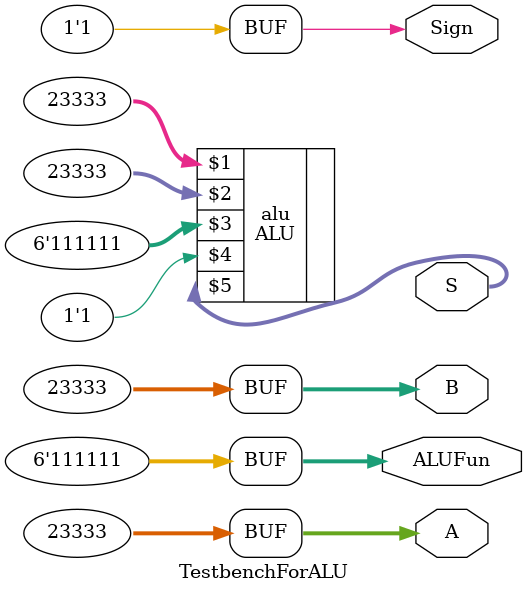
<source format=v>
module  TestbenchForALU(A,B,ALUFun,Sign,S);
  output[31:0] A,B,S;
  output[5:0] ALUFun;
  output Sign;
  
  reg Sign;
  reg[5:0] ALUFun;
  reg[31:0] A,B;
  
  initial
  begin
    Sign = 1;
    ALUFun = 6'b000000;
    A = 32'd4;
    B = 32'd36;
    #10 ALUFun = 6'b000001;
    #10 ALUFun = 6'b011000;
    #10 ALUFun = 6'b011110;
    #10 ALUFun = 6'b010110;
    #10 ALUFun = 6'b010001;
    #10 ALUFun = 6'b011010;
    #10 ALUFun = 6'b100000;
    #10 ALUFun = 6'b100001;
    #10 ALUFun = 6'b100011;
    #10 ALUFun = 6'b110011;
    #10 ALUFun = 6'b110001;
    #10 ALUFun = 6'b110101;
    #10 ALUFun = 6'b111101;
    #10 ALUFun = 6'b111001;
    #10 ALUFun = 6'b111111;
    #10 A = 32'd23333;
    B = 32'd23333;
    ALUFun = 6'b000000;
    #10 ALUFun = 6'b000001;
    #10 ALUFun = 6'b011000;
    #10 ALUFun = 6'b011110;
    #10 ALUFun = 6'b010110;
    #10 ALUFun = 6'b010001;
    #10 ALUFun = 6'b011010;
    #10 ALUFun = 6'b100000;
    #10 ALUFun = 6'b100001;
    #10 ALUFun = 6'b100011;
    #10 ALUFun = 6'b110011;
    #10 ALUFun = 6'b110001;
    #10 ALUFun = 6'b110101;
    #10 ALUFun = 6'b111101;
    #10 ALUFun = 6'b111001;
    #10 ALUFun = 6'b111111;
    
  end
  ALU alu(A,B,ALUFun,Sign,S);
endmodule

</source>
